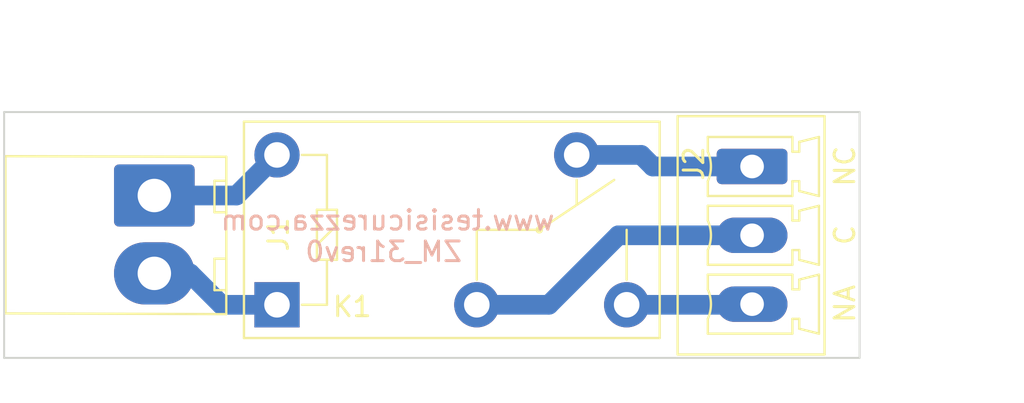
<source format=kicad_pcb>
(kicad_pcb (version 20211014) (generator pcbnew)
  (layers (0 "F.Cu" signal) (31 "B.Cu" signal) (34 "B.Paste" user) (35 "F.Paste" user) (36 "B.SilkS" user "B.Silkscreen") (37 "F.SilkS" user "F.Silkscreen") (38 "B.Mask" user) (39 "F.Mask" user) (44 "Edge.Cuts" user))
  (net 0 "")
  (net 1 "Net-(J1-Pad1)")
  (net 2 "Net-(J1-Pad2)")
  (net 3 "Net-(J2-Pad1)")
  (net 4 "Net-(J2-Pad2)")
  (net 5 "Net-(J2-Pad3)")
  (footprint "Connector_Phoenix_MC:PhoenixContact_MCV_1,5_3-G-3.5_1x03_P3.50mm_Vertical" (layer "F.Cu") (at 129.8575 60.2675 -90)
    (fp_text reference "J2" (at -0.1524 2.286 -90) (layer "F.SilkS"))
    (fp_text value "Screw_Terminal_01x03")
    (fp_line (start -1.5 1.5748) (end -1.5 -2.7252) (layer "F.SilkS") (width 0.12))
    (fp_line (start -0.75 -3.0752) (end -1.25 -3.0752) (layer "F.SilkS") (width 0.12))
    (fp_line (start 5.5 1.5748) (end 5.5 -2.7252) (layer "F.SilkS") (width 0.12))
    (fp_line (start 4.25 -2.7252) (end 5 -2.7252) (layer "F.SilkS") (width 0.12))
    (fp_line (start 5 -2.7252) (end 5 1.5748) (layer "F.SilkS") (width 0.12))
    (fp_line (start 5 -4.0752) (end 4.75 -3.0752) (layer "F.SilkS") (width 0.12))
    (fp_line (start 0.75 -2.7252) (end 1.5 -2.7252) (layer "F.SilkS") (width 0.12))
    (fp_line (start 2 -2.7252) (end 2.75 -2.7252) (layer "F.SilkS") (width 0.12))
    (fp_line (start 8.5 -4.0752) (end 8.25 -3.0752) (layer "F.SilkS") (width 0.12))
    (fp_line (start 7.75 -3.0752) (end 7.75 -2.7252) (layer "F.SilkS") (width 0.12))
    (fp_line (start 2.75 -2.7252) (end 2.75 -3.0752) (layer "F.SilkS") (width 0.12))
    (fp_line (start 4.25 -3.0752) (end 4.25 -2.7252) (layer "F.SilkS") (width 0.12))
    (fp_line (start 6.25 1.5748) (end 5.5 1.5748) (layer "F.SilkS") (width 0.12))
    (fp_line (start 2 -4.0752) (end 5 -4.0752) (layer "F.SilkS") (width 0.12))
    (fp_line (start 1.5 -4.0752) (end 1.25 -3.0752) (layer "F.SilkS") (width 0.12))
    (fp_line (start -2.56 3.11) (end 9.56 3.11) (layer "F.SilkS") (width 0.12))
    (fp_line (start 9.56 -4.36) (end -2.56 -4.36) (layer "F.SilkS") (width 0.12))
    (fp_line (start 8.5 1.5748) (end 7.75 1.5748) (layer "F.SilkS") (width 0.12))
    (fp_line (start -1.5 -2.7252) (end -0.75 -2.7252) (layer "F.SilkS") (width 0.12))
    (fp_line (start 1.5 1.5748) (end 0.75 1.5748) (layer "F.SilkS") (width 0.12))
    (fp_line (start -1.5 -4.0752) (end 1.5 -4.0752) (layer "F.SilkS") (width 0.12))
    (fp_line (start 9.56 3.11) (end 9.56 -4.36) (layer "F.SilkS") (width 0.12))
    (fp_line (start 2.25 -3.0752) (end 2 -4.0752) (layer "F.SilkS") (width 0.12))
    (fp_line (start 1.25 -3.0752) (end 0.75 -3.0752) (layer "F.SilkS") (width 0.12))
    (fp_line (start 5.5 -2.7252) (end 6.25 -2.7252) (layer "F.SilkS") (width 0.12))
    (fp_line (start 4.75 -3.0752) (end 4.25 -3.0752) (layer "F.SilkS") (width 0.12))
    (fp_line (start 2.75 1.5748) (end 2 1.5748) (layer "F.SilkS") (width 0.12))
    (fp_line (start 6.25 -2.7252) (end 6.25 -3.0752) (layer "F.SilkS") (width 0.12))
    (fp_line (start 2 1.5748) (end 2 -2.7252) (layer "F.SilkS") (width 0.12))
    (fp_line (start 5 1.5748) (end 4.25 1.5748) (layer "F.SilkS") (width 0.12))
    (fp_line (start 0.75 -3.0752) (end 0.75 -2.7252) (layer "F.SilkS") (width 0.12))
    (fp_line (start -1.25 -3.0752) (end -1.5 -4.0752) (layer "F.SilkS") (width 0.12))
    (fp_line (start 8.25 -3.0752) (end 7.75 -3.0752) (layer "F.SilkS") (width 0.12))
    (fp_line (start 5.75 -3.0752) (end 5.5 -4.0752) (layer "F.SilkS") (width 0.12))
    (fp_line (start -2.56 -4.36) (end -2.56 3.11) (layer "F.SilkS") (width 0.12))
    (fp_line (start 7.75 -2.7252) (end 8.5 -2.7252) (layer "F.SilkS") (width 0.12))
    (fp_line (start 6.25 -3.0752) (end 5.75 -3.0752) (layer "F.SilkS") (width 0.12))
    (fp_line (start -0.75 -2.7252) (end -0.75 -3.0752) (layer "F.SilkS") (width 0.12))
    (fp_line (start 8.5 -2.7252) (end 8.5 1.5748) (layer "F.SilkS") (width 0.12))
    (fp_line (start 5.5 -4.0752) (end 8.5 -4.0752) (layer "F.SilkS") (width 0.12))
    (fp_line (start 2.75 -3.0752) (end 2.25 -3.0752) (layer "F.SilkS") (width 0.12))
    (fp_line (start 1.5 -2.7252) (end 1.5 1.5748) (layer "F.SilkS") (width 0.12))
    (fp_line (start -0.75 1.5748) (end -1.5 1.5748) (layer "F.SilkS") (width 0.12))
    (fp_arc (start 2.75 1.5748) (mid 3.499807 1.41671) (end 4.249647 1.574644) (layer "F.SilkS") (width 0.12))
    (fp_arc (start -0.75 1.5748) (mid -0.000193 1.41671) (end 0.749647 1.574644) (layer "F.SilkS") (width 0.12))
    (fp_arc (start 6.25 1.5748) (mid 6.999807 1.41671) (end 7.749647 1.574644) (layer "F.SilkS") (width 0.12))
    (pad "1" thru_hole roundrect (at 0 -0.6752 270) (size 1.8 3.6) (drill 1.2) (layers *.Cu *.Mask) (roundrect_rratio 0.1388888889) (net 3 "Net-(J2-Pad1)"))
    (pad "2" thru_hole oval (at 3.5 -0.6752 270) (size 1.8 3.6) (drill 1.2) (layers *.Cu *.Mask) (net 4 "Net-(J2-Pad2)"))
    (pad "3" thru_hole oval (at 7 -0.6752 270) (size 1.8 3.6) (drill 1.2) (layers *.Cu *.Mask) (net 5 "Net-(J2-Pad3)"))
  )
  (footprint "Relay_THT:Relay_SPDT_Omron-G5Q-1" (layer "F.Cu") (at 106.375 67.3)
    (fp_text reference "K1" (at 3.825 0.1 180) (layer "F.SilkS"))
    (fp_text value "DIPxx-1Cxx-51x")
    (fp_line (start -1.68 1.69) (end -1.68 -9.31) (layer "F.SilkS") (width 0.12))
    (fp_line (start 2.03 -3.05) (end 3.05 -4.06) (layer "F.SilkS") (width 0.12))
    (fp_line (start 10.16 -3.81) (end 13.335 -3.81) (layer "F.SilkS") (width 0.12))
    (fp_line (start 10.16 -1.27) (end 10.16 -3.81) (layer "F.SilkS") (width 0.12))
    (fp_line (start 3.05 -4.83) (end 3.05 -2.29) (layer "F.SilkS") (width 0.12))
    (fp_line (start -1.68 1.69) (end 19.46 1.69) (layer "F.SilkS") (width 0.12))
    (fp_line (start 13.335 -3.81) (end 17.145 -6.35) (layer "F.SilkS") (width 0.12))
    (fp_line (start 2.03 -4.83) (end 2.54 -4.83) (layer "F.SilkS") (width 0.12))
    (fp_line (start 17.78 -1.27) (end 17.78 -3.81) (layer "F.SilkS") (width 0.12))
    (fp_line (start 2.54 0) (end 2.54 -2.29) (layer "F.SilkS") (width 0.12))
    (fp_line (start 2.03 -2.29) (end 2.03 -4.83) (layer "F.SilkS") (width 0.12))
    (fp_line (start 19.46 1.69) (end 19.46 -9.31) (layer "F.SilkS") (width 0.12))
    (fp_line (start 2.54 -7.62) (end 1.27 -7.62) (layer "F.SilkS") (width 0.12))
    (fp_line (start 15.24 -6.35) (end 15.24 -5.08) (layer "F.SilkS") (width 0.12))
    (fp_line (start 3.05 -2.29) (end 2.54 -2.29) (layer "F.SilkS") (width 0.12))
    (fp_line (start 1.27 0) (end 2.54 0) (layer "F.SilkS") (width 0.12))
    (fp_line (start -1.68 -9.31) (end 19.46 -9.31) (layer "F.SilkS") (width 0.12))
    (fp_line (start 2.54 -2.29) (end 2.03 -2.29) (layer "F.SilkS") (width 0.12))
    (fp_line (start 2.54 -4.83) (end 2.54 -7.62) (layer "F.SilkS") (width 0.12))
    (fp_line (start 2.54 -4.83) (end 3.05 -4.83) (layer "F.SilkS") (width 0.12))
    (fp_circle (center 13.335 -3.81) (end 13.462 -3.81) (layer "F.SilkS") (width 0.12) (fill none))
    (pad "1" thru_hole rect (at 0 0 180) (size 2.3 2.3) (drill 1.3) (layers *.Cu *.Mask) (net 2 "Net-(J1-Pad2)"))
    (pad "2" thru_hole circle (at 10.16 0 180) (size 2.3 2.3) (drill 1.3) (layers *.Cu *.Mask) (net 4 "Net-(J2-Pad2)"))
    (pad "3" thru_hole circle (at 17.78 0 180) (size 2.3 2.3) (drill 1.3) (layers *.Cu *.Mask) (net 5 "Net-(J2-Pad3)"))
    (pad "4" thru_hole circle (at 15.24 -7.62 180) (size 2.3 2.3) (drill 1.3) (layers *.Cu *.Mask) (net 3 "Net-(J2-Pad1)"))
    (pad "5" thru_hole circle (at 0 -7.62 180) (size 2.3 2.3) (drill 1.3) (layers *.Cu *.Mask) (net 1 "Net-(J1-Pad1)"))
  )
  (footprint "Connector_Molex:Molex_KK-396_A-41791-0002_1x02_P3.96mm_Vertical" (layer "F.Cu") (at 100.1378 61.7434 -90)
    (fp_text reference "J1" (at 1.98 -6.31 90) (layer "F.SilkS"))
    (fp_text value "Conn_01x02")
    (fp_line (start 4.812 -3.0576) (end 4.812 -3.6576) (layer "F.SilkS") (width 0.12))
    (fp_line (start -2 7.5692) (end -1.968 -3.6576) (layer "F.SilkS") (width 0.12))
    (fp_line (start 0.852 -3.0576) (end 0.852 -3.6576) (layer "F.SilkS") (width 0.12))
    (fp_line (start 5.9944 7.5692) (end -2 7.5692) (layer "F.SilkS") (width 0.12))
    (fp_line (start -0.748 -3.6576) (end -0.748 -3.0576) (layer "F.SilkS") (width 0.12))
    (fp_line (start 3.212 -3.6576) (end 3.212 -3.0576) (layer "F.SilkS") (width 0.12))
    (fp_line (start 6.032 -3.6576) (end 5.9944 7.5692) (layer "F.SilkS") (width 0.12))
    (fp_line (start -0.748 -3.0576) (end 0.852 -3.0576) (layer "F.SilkS") (width 0.12))
    (fp_line (start 3.212 -3.0576) (end 4.812 -3.0576) (layer "F.SilkS") (width 0.12))
    (fp_line (start -1.968 -3.6576) (end 6.032 -3.6576) (layer "F.SilkS") (width 0.12))
    (pad "1" thru_hole roundrect (at 0 0 270) (size 3.16 4.1) (drill 1.7) (layers *.Cu *.Mask) (roundrect_rratio 0.07911392405) (net 1 "Net-(J1-Pad1)"))
    (pad "2" thru_hole oval (at 3.96 0 270) (size 3.16 4.1) (drill 1.7) (layers *.Cu *.Mask) (net 2 "Net-(J1-Pad2)"))
  )
  (gr_line (start 136 70) (end 136 57.5) (layer "Edge.Cuts") (width 0.1))
  (gr_line (start 92.5 70) (end 136 70) (layer "Edge.Cuts") (width 0.1))
  (gr_line (start 136 57.5) (end 92.5 57.5) (layer "Edge.Cuts") (width 0.1))
  (gr_line (start 92.5 57.5) (end 92.5 70) (layer "Edge.Cuts") (width 0.1))
  (gr_text "ZM_31rev0" (at 111.8 64.6) (layer "B.SilkS") (effects (font (size 1 1)) (justify mirror)))
  (gr_text "www.tesisicurezza.com" (at 112 63) (layer "B.SilkS") (effects (font (size 1 1)) (justify mirror)))
  (gr_text "NA" (at 135.25 67.25 90) (layer "F.SilkS") (effects (font (size 1 1))))
  (gr_text "NC" (at 135.25 60.25 90) (layer "F.SilkS") (effects (font (size 1 1))))
  (gr_text "C" (at 135.25 63.75 90) (layer "F.SilkS") (effects (font (size 1 1))))
  (segment (start 100.1378 61.7434) (end 104.3116 61.7434) (width 1) (layer "B.Cu") (net 1))
  (segment (start 104.3116 61.7434) (end 106.375 59.68) (width 1) (layer "B.Cu") (net 1))
  (segment (start 101.9534 65.7034) (end 103.55 67.3) (width 1) (layer "B.Cu") (net 2))
  (segment (start 100.1378 65.7034) (end 101.9534 65.7034) (width 1) (layer "B.Cu") (net 2))
  (segment (start 103.55 67.3) (end 106.375 67.3) (width 1) (layer "B.Cu") (net 2))
  (segment (start 121.615 59.68) (end 124.895 59.68) (width 1) (layer "B.Cu") (net 3))
  (segment (start 124.895 59.68) (end 125.4825 60.2675) (width 1) (layer "B.Cu") (net 3))
  (segment (start 129.8575 60.2675) (end 125.4825 60.2675) (width 1) (layer "B.Cu") (net 3))
  (segment (start 116.535 67.3) (end 120.2 67.3) (width 1) (layer "B.Cu") (net 4))
  (segment (start 123.7325 63.7675) (end 129.8575 63.7675) (width 1) (layer "B.Cu") (net 4))
  (segment (start 120.2 67.3) (end 123.7325 63.7675) (width 1) (layer "B.Cu") (net 4))
  (segment (start 124.155 67.3) (end 129.825 67.3) (width 1) (layer "B.Cu") (net 5))
  (segment (start 129.825 67.3) (end 129.8575 67.2675) (width 1) (layer "B.Cu") (net 5))
)
</source>
